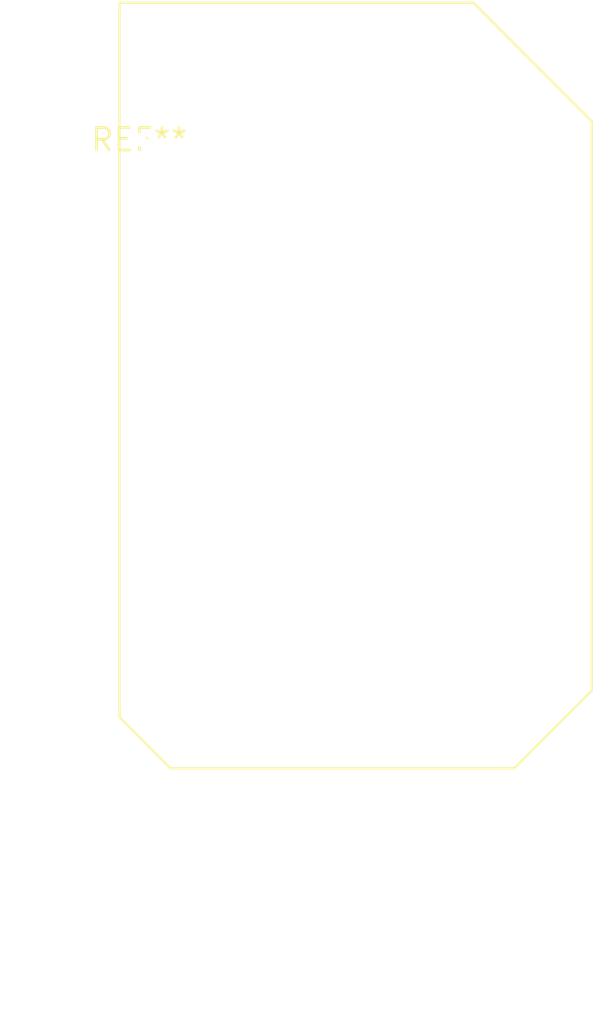
<source format=kicad_pcb>
(kicad_pcb (version 20240108) (generator pcbnew)
  (layers (0 "F.Cu" signal) (31 "B.Cu" signal) (34 "B.Paste" user) (35 "F.Paste" user) (36 "B.SilkS" user "B.Silkscreen") (37 "F.SilkS" user "F.Silkscreen") (38 "B.Mask" user) (39 "F.Mask" user) (44 "Edge.Cuts" user))
  (net 0 "")
  (footprint "Onion_Omega2+" (layer "F.Cu") (at 0 0)
    (property "Reference" "REF**")
    (property "Value" "Onion_Omega2+")
    (fp_line (start -1.125 -7.725) (end -1.125 32.55) (layer "F.SilkS") (stroke (width 0.12)))
    (fp_line (start -1.125 32.55) (end 1.75 35.425) (layer "F.SilkS") (stroke (width 0.12)))
    (fp_line (start 1.75 35.425) (end 21.15 35.425) (layer "F.SilkS") (stroke (width 0.12)))
    (fp_line (start 18.85 -7.725) (end -1.125 -7.725) (layer "F.SilkS") (stroke (width 0.12)))
    (fp_line (start 21.15 35.425) (end 25.525 31.05) (layer "F.SilkS") (stroke (width 0.12)))
    (fp_line (start 25.525 -1.05) (end 18.85 -7.725) (layer "F.SilkS") (stroke (width 0.12)))
    (fp_line (start 25.525 31.05) (end 25.525 -1.05) (layer "F.SilkS") (stroke (width 0.12)))
    (pad "1" thru_hole rect (at 0 0) (size 1.524 1.524) (drill 0.762) (layers *.Cu *.Mask) (remove_unused_layers))
    (pad "2" thru_hole circle (at 0 2) (size 1.524 1.524) (drill 0.762) (layers *.Cu *.Mask) (remove_unused_layers))
    (pad "3" thru_hole circle (at 0 4) (size 1.524 1.524) (drill 0.762) (layers *.Cu *.Mask) (remove_unused_layers))
    (pad "4" thru_hole circle (at 0 6) (size 1.524 1.524) (drill 0.762) (layers *.Cu *.Mask) (remove_unused_layers))
    (pad "5" thru_hole circle (at 0 8) (size 1.524 1.524) (drill 0.762) (layers *.Cu *.Mask) (remove_unused_layers))
    (pad "6" thru_hole circle (at 0 10) (size 1.524 1.524) (drill 0.762) (layers *.Cu *.Mask) (remove_unused_layers))
    (pad "7" thru_hole circle (at 0 12) (size 1.524 1.524) (drill 0.762) (layers *.Cu *.Mask) (remove_unused_layers))
    (pad "8" thru_hole circle (at 0 14) (size 1.524 1.524) (drill 0.762) (layers *.Cu *.Mask) (remove_unused_layers))
    (pad "9" thru_hole circle (at 0 16) (size 1.524 1.524) (drill 0.762) (layers *.Cu *.Mask) (remove_unused_layers))
    (pad "10" thru_hole circle (at 0 18) (size 1.524 1.524) (drill 0.762) (layers *.Cu *.Mask) (remove_unused_layers))
    (pad "11" thru_hole circle (at 0 20) (size 1.524 1.524) (drill 0.762) (layers *.Cu *.Mask) (remove_unused_layers))
    (pad "12" thru_hole circle (at 0 22) (size 1.524 1.524) (drill 0.762) (layers *.Cu *.Mask) (remove_unused_layers))
    (pad "13" thru_hole circle (at 0 24) (size 1.524 1.524) (drill 0.762) (layers *.Cu *.Mask) (remove_unused_layers))
    (pad "14" thru_hole circle (at 0 26) (size 1.524 1.524) (drill 0.762) (layers *.Cu *.Mask) (remove_unused_layers))
    (pad "15" thru_hole circle (at 0 28) (size 1.524 1.524) (drill 0.762) (layers *.Cu *.Mask) (remove_unused_layers))
    (pad "16" thru_hole circle (at 0 30) (size 1.524 1.524) (drill 0.762) (layers *.Cu *.Mask) (remove_unused_layers))
    (pad "17" thru_hole circle (at 24.4 30) (size 1.524 1.524) (drill 0.762) (layers *.Cu *.Mask) (remove_unused_layers))
    (pad "18" thru_hole circle (at 24.4 28) (size 1.524 1.524) (drill 0.762) (layers *.Cu *.Mask) (remove_unused_layers))
    (pad "19" thru_hole circle (at 24.4 26) (size 1.524 1.524) (drill 0.762) (layers *.Cu *.Mask) (remove_unused_layers))
    (pad "20" thru_hole circle (at 24.4 24) (size 1.524 1.524) (drill 0.762) (layers *.Cu *.Mask) (remove_unused_layers))
    (pad "21" thru_hole circle (at 24.4 22) (size 1.524 1.524) (drill 0.762) (layers *.Cu *.Mask) (remove_unused_layers))
    (pad "22" thru_hole circle (at 24.4 20) (size 1.524 1.524) (drill 0.762) (layers *.Cu *.Mask) (remove_unused_layers))
    (pad "23" thru_hole circle (at 24.4 18) (size 1.524 1.524) (drill 0.762) (layers *.Cu *.Mask) (remove_unused_layers))
    (pad "24" thru_hole circle (at 24.4 16) (size 1.524 1.524) (drill 0.762) (layers *.Cu *.Mask) (remove_unused_layers))
    (pad "25" thru_hole circle (at 24.4 14) (size 1.524 1.524) (drill 0.762) (layers *.Cu *.Mask) (remove_unused_layers))
    (pad "26" thru_hole circle (at 24.4 12) (size 1.524 1.524) (drill 0.762) (layers *.Cu *.Mask) (remove_unused_layers))
    (pad "27" thru_hole circle (at 24.4 10) (size 1.524 1.524) (drill 0.762) (layers *.Cu *.Mask) (remove_unused_layers))
    (pad "28" thru_hole circle (at 24.4 8) (size 1.524 1.524) (drill 0.762) (layers *.Cu *.Mask) (remove_unused_layers))
    (pad "29" thru_hole circle (at 24.4 6) (size 1.524 1.524) (drill 0.762) (layers *.Cu *.Mask) (remove_unused_layers))
    (pad "30" thru_hole circle (at 24.4 4) (size 1.524 1.524) (drill 0.762) (layers *.Cu *.Mask) (remove_unused_layers))
    (pad "31" thru_hole circle (at 24.4 2) (size 1.524 1.524) (drill 0.762) (layers *.Cu *.Mask) (remove_unused_layers))
    (pad "32" thru_hole circle (at 24.4 0) (size 1.524 1.524) (drill 0.762) (layers *.Cu *.Mask) (remove_unused_layers))
  )
)
</source>
